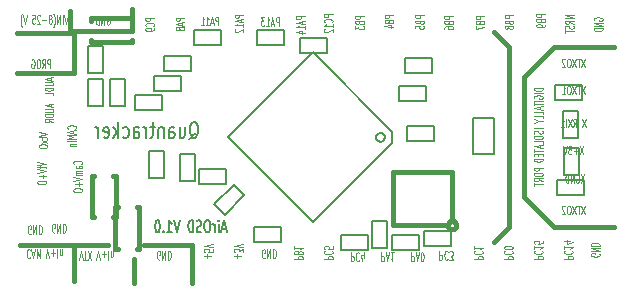
<source format=gbo>
G04 (created by PCBNEW-RS274X (2011-05-25)-stable) date Mon 08 Dec 2014 09:37:15 GMT*
G01*
G70*
G90*
%MOIN*%
G04 Gerber Fmt 3.4, Leading zero omitted, Abs format*
%FSLAX34Y34*%
G04 APERTURE LIST*
%ADD10C,0.006000*%
%ADD11C,0.006900*%
%ADD12C,0.007400*%
%ADD13C,0.015000*%
%ADD14C,0.004300*%
%ADD15C,0.008000*%
%ADD16C,0.005000*%
G04 APERTURE END LIST*
G54D10*
G54D11*
X53574Y-38551D02*
X53443Y-38551D01*
X53601Y-38663D02*
X53509Y-38269D01*
X53417Y-38663D01*
X53324Y-38663D02*
X53324Y-38401D01*
X53324Y-38269D02*
X53337Y-38288D01*
X53324Y-38307D01*
X53311Y-38288D01*
X53324Y-38269D01*
X53324Y-38307D01*
X53193Y-38663D02*
X53193Y-38401D01*
X53193Y-38476D02*
X53180Y-38438D01*
X53167Y-38420D01*
X53141Y-38401D01*
X53114Y-38401D01*
X52970Y-38269D02*
X52917Y-38269D01*
X52891Y-38288D01*
X52865Y-38326D01*
X52851Y-38401D01*
X52851Y-38532D01*
X52865Y-38607D01*
X52891Y-38645D01*
X52917Y-38663D01*
X52970Y-38663D01*
X52996Y-38645D01*
X53022Y-38607D01*
X53035Y-38532D01*
X53035Y-38401D01*
X53022Y-38326D01*
X52996Y-38288D01*
X52970Y-38269D01*
X52746Y-38645D02*
X52707Y-38663D01*
X52641Y-38663D01*
X52615Y-38645D01*
X52602Y-38626D01*
X52589Y-38588D01*
X52589Y-38551D01*
X52602Y-38513D01*
X52615Y-38495D01*
X52641Y-38476D01*
X52694Y-38457D01*
X52720Y-38438D01*
X52733Y-38420D01*
X52746Y-38382D01*
X52746Y-38345D01*
X52733Y-38307D01*
X52720Y-38288D01*
X52694Y-38269D01*
X52628Y-38269D01*
X52589Y-38288D01*
X52470Y-38663D02*
X52470Y-38269D01*
X52405Y-38269D01*
X52365Y-38288D01*
X52339Y-38326D01*
X52326Y-38363D01*
X52313Y-38438D01*
X52313Y-38495D01*
X52326Y-38570D01*
X52339Y-38607D01*
X52365Y-38645D01*
X52405Y-38663D01*
X52470Y-38663D01*
X52024Y-38269D02*
X51932Y-38663D01*
X51840Y-38269D01*
X51603Y-38663D02*
X51760Y-38663D01*
X51682Y-38663D02*
X51682Y-38269D01*
X51708Y-38326D01*
X51734Y-38363D01*
X51760Y-38382D01*
X51484Y-38626D02*
X51471Y-38645D01*
X51484Y-38663D01*
X51497Y-38645D01*
X51484Y-38626D01*
X51484Y-38663D01*
X51301Y-38269D02*
X51274Y-38269D01*
X51248Y-38288D01*
X51235Y-38307D01*
X51222Y-38345D01*
X51209Y-38420D01*
X51209Y-38513D01*
X51222Y-38588D01*
X51235Y-38626D01*
X51248Y-38645D01*
X51274Y-38663D01*
X51301Y-38663D01*
X51327Y-38645D01*
X51340Y-38626D01*
X51353Y-38588D01*
X51366Y-38513D01*
X51366Y-38420D01*
X51353Y-38345D01*
X51340Y-38307D01*
X51327Y-38288D01*
X51301Y-38269D01*
G54D12*
X52351Y-35561D02*
X52388Y-35537D01*
X52426Y-35488D01*
X52482Y-35415D01*
X52519Y-35390D01*
X52557Y-35390D01*
X52538Y-35512D02*
X52576Y-35488D01*
X52613Y-35439D01*
X52632Y-35342D01*
X52632Y-35171D01*
X52613Y-35073D01*
X52576Y-35025D01*
X52538Y-35000D01*
X52463Y-35000D01*
X52426Y-35025D01*
X52388Y-35073D01*
X52369Y-35171D01*
X52369Y-35342D01*
X52388Y-35439D01*
X52426Y-35488D01*
X52463Y-35512D01*
X52538Y-35512D01*
X52031Y-35171D02*
X52031Y-35512D01*
X52200Y-35171D02*
X52200Y-35439D01*
X52181Y-35488D01*
X52144Y-35512D01*
X52088Y-35512D01*
X52050Y-35488D01*
X52031Y-35463D01*
X51675Y-35512D02*
X51675Y-35244D01*
X51694Y-35195D01*
X51732Y-35171D01*
X51807Y-35171D01*
X51844Y-35195D01*
X51675Y-35488D02*
X51713Y-35512D01*
X51807Y-35512D01*
X51844Y-35488D01*
X51863Y-35439D01*
X51863Y-35390D01*
X51844Y-35342D01*
X51807Y-35317D01*
X51713Y-35317D01*
X51675Y-35293D01*
X51488Y-35171D02*
X51488Y-35512D01*
X51488Y-35220D02*
X51469Y-35195D01*
X51432Y-35171D01*
X51376Y-35171D01*
X51338Y-35195D01*
X51319Y-35244D01*
X51319Y-35512D01*
X51188Y-35171D02*
X51038Y-35171D01*
X51132Y-35000D02*
X51132Y-35439D01*
X51113Y-35488D01*
X51076Y-35512D01*
X51038Y-35512D01*
X50907Y-35512D02*
X50907Y-35171D01*
X50907Y-35268D02*
X50888Y-35220D01*
X50870Y-35195D01*
X50832Y-35171D01*
X50795Y-35171D01*
X50494Y-35512D02*
X50494Y-35244D01*
X50513Y-35195D01*
X50551Y-35171D01*
X50626Y-35171D01*
X50663Y-35195D01*
X50494Y-35488D02*
X50532Y-35512D01*
X50626Y-35512D01*
X50663Y-35488D01*
X50682Y-35439D01*
X50682Y-35390D01*
X50663Y-35342D01*
X50626Y-35317D01*
X50532Y-35317D01*
X50494Y-35293D01*
X50138Y-35488D02*
X50176Y-35512D01*
X50251Y-35512D01*
X50288Y-35488D01*
X50307Y-35463D01*
X50326Y-35415D01*
X50326Y-35268D01*
X50307Y-35220D01*
X50288Y-35195D01*
X50251Y-35171D01*
X50176Y-35171D01*
X50138Y-35195D01*
X49969Y-35512D02*
X49969Y-35000D01*
X49932Y-35317D02*
X49819Y-35512D01*
X49819Y-35171D02*
X49969Y-35366D01*
X49500Y-35488D02*
X49538Y-35512D01*
X49613Y-35512D01*
X49650Y-35488D01*
X49669Y-35439D01*
X49669Y-35244D01*
X49650Y-35195D01*
X49613Y-35171D01*
X49538Y-35171D01*
X49500Y-35195D01*
X49481Y-35244D01*
X49481Y-35293D01*
X49669Y-35342D01*
X49312Y-35512D02*
X49312Y-35171D01*
X49312Y-35268D02*
X49293Y-35220D01*
X49275Y-35195D01*
X49237Y-35171D01*
X49200Y-35171D01*
G54D13*
X63000Y-38500D02*
X62500Y-39000D01*
X63000Y-32500D02*
X63000Y-38500D01*
X62500Y-32000D02*
X63000Y-32500D01*
X64500Y-38500D02*
X66500Y-38500D01*
X63500Y-37500D02*
X64500Y-38500D01*
X64500Y-32500D02*
X66500Y-32500D01*
X63500Y-33500D02*
X64500Y-32500D01*
X63500Y-33500D02*
X63500Y-37500D01*
G54D14*
X64135Y-33854D02*
X63840Y-33854D01*
X63840Y-33895D01*
X63854Y-33920D01*
X63882Y-33937D01*
X63910Y-33945D01*
X63966Y-33953D01*
X64008Y-33953D01*
X64065Y-33945D01*
X64093Y-33937D01*
X64121Y-33920D01*
X64135Y-33895D01*
X64135Y-33854D01*
X64135Y-34027D02*
X63840Y-34027D01*
X63854Y-34200D02*
X63840Y-34183D01*
X63840Y-34159D01*
X63854Y-34134D01*
X63882Y-34117D01*
X63910Y-34109D01*
X63966Y-34101D01*
X64008Y-34101D01*
X64065Y-34109D01*
X64093Y-34117D01*
X64121Y-34134D01*
X64135Y-34159D01*
X64135Y-34175D01*
X64121Y-34200D01*
X64107Y-34208D01*
X64008Y-34208D01*
X64008Y-34175D01*
X64135Y-34282D02*
X63840Y-34282D01*
X63840Y-34339D02*
X63840Y-34438D01*
X64135Y-34389D02*
X63840Y-34389D01*
X64051Y-34488D02*
X64051Y-34570D01*
X64135Y-34471D02*
X63840Y-34529D01*
X64135Y-34587D01*
X64135Y-34727D02*
X64135Y-34644D01*
X63840Y-34644D01*
X64135Y-34867D02*
X64135Y-34784D01*
X63840Y-34784D01*
X63994Y-34957D02*
X64135Y-34957D01*
X63840Y-34899D02*
X63994Y-34957D01*
X63840Y-35015D01*
X64135Y-35204D02*
X63840Y-35204D01*
X64121Y-35278D02*
X64135Y-35303D01*
X64135Y-35344D01*
X64121Y-35360D01*
X64107Y-35369D01*
X64079Y-35377D01*
X64051Y-35377D01*
X64023Y-35369D01*
X64008Y-35360D01*
X63994Y-35344D01*
X63980Y-35311D01*
X63966Y-35294D01*
X63952Y-35286D01*
X63924Y-35278D01*
X63896Y-35278D01*
X63868Y-35286D01*
X63854Y-35294D01*
X63840Y-35311D01*
X63840Y-35352D01*
X63854Y-35377D01*
X63840Y-35484D02*
X63840Y-35517D01*
X63854Y-35534D01*
X63882Y-35550D01*
X63938Y-35558D01*
X64037Y-35558D01*
X64093Y-35550D01*
X64121Y-35534D01*
X64135Y-35517D01*
X64135Y-35484D01*
X64121Y-35468D01*
X64093Y-35451D01*
X64037Y-35443D01*
X63938Y-35443D01*
X63882Y-35451D01*
X63854Y-35468D01*
X63840Y-35484D01*
X64135Y-35715D02*
X64135Y-35632D01*
X63840Y-35632D01*
X64051Y-35764D02*
X64051Y-35846D01*
X64135Y-35747D02*
X63840Y-35805D01*
X64135Y-35863D01*
X63840Y-35895D02*
X63840Y-35994D01*
X64135Y-35945D02*
X63840Y-35945D01*
X63980Y-36052D02*
X63980Y-36110D01*
X64135Y-36135D02*
X64135Y-36052D01*
X63840Y-36052D01*
X63840Y-36135D01*
X64135Y-36209D02*
X63840Y-36209D01*
X63840Y-36250D01*
X63854Y-36275D01*
X63882Y-36292D01*
X63910Y-36300D01*
X63966Y-36308D01*
X64008Y-36308D01*
X64065Y-36300D01*
X64093Y-36292D01*
X64121Y-36275D01*
X64135Y-36250D01*
X64135Y-36209D01*
X64135Y-36514D02*
X63840Y-36514D01*
X63840Y-36580D01*
X63854Y-36597D01*
X63868Y-36605D01*
X63896Y-36613D01*
X63938Y-36613D01*
X63966Y-36605D01*
X63980Y-36597D01*
X63994Y-36580D01*
X63994Y-36514D01*
X63840Y-36720D02*
X63840Y-36753D01*
X63854Y-36770D01*
X63882Y-36786D01*
X63938Y-36794D01*
X64037Y-36794D01*
X64093Y-36786D01*
X64121Y-36770D01*
X64135Y-36753D01*
X64135Y-36720D01*
X64121Y-36704D01*
X64093Y-36687D01*
X64037Y-36679D01*
X63938Y-36679D01*
X63882Y-36687D01*
X63854Y-36704D01*
X63840Y-36720D01*
X64135Y-36967D02*
X63994Y-36909D01*
X64135Y-36868D02*
X63840Y-36868D01*
X63840Y-36934D01*
X63854Y-36951D01*
X63868Y-36959D01*
X63896Y-36967D01*
X63938Y-36967D01*
X63966Y-36959D01*
X63980Y-36951D01*
X63994Y-36934D01*
X63994Y-36868D01*
X63840Y-37016D02*
X63840Y-37115D01*
X64135Y-37066D02*
X63840Y-37066D01*
X65529Y-32874D02*
X65414Y-33169D01*
X65414Y-32874D02*
X65529Y-33169D01*
X65373Y-32874D02*
X65274Y-32874D01*
X65323Y-33169D02*
X65323Y-32874D01*
X65232Y-32874D02*
X65117Y-33169D01*
X65117Y-32874D02*
X65232Y-33169D01*
X65018Y-32874D02*
X64985Y-32874D01*
X64968Y-32888D01*
X64952Y-32916D01*
X64944Y-32972D01*
X64944Y-33071D01*
X64952Y-33127D01*
X64968Y-33155D01*
X64985Y-33169D01*
X65018Y-33169D01*
X65034Y-33155D01*
X65051Y-33127D01*
X65059Y-33071D01*
X65059Y-32972D01*
X65051Y-32916D01*
X65034Y-32888D01*
X65018Y-32874D01*
X64878Y-32902D02*
X64870Y-32888D01*
X64853Y-32874D01*
X64812Y-32874D01*
X64796Y-32888D01*
X64787Y-32902D01*
X64779Y-32930D01*
X64779Y-32958D01*
X64787Y-33000D01*
X64886Y-33169D01*
X64779Y-33169D01*
X65529Y-33774D02*
X65414Y-34069D01*
X65414Y-33774D02*
X65529Y-34069D01*
X65373Y-33774D02*
X65274Y-33774D01*
X65323Y-34069D02*
X65323Y-33774D01*
X65232Y-33774D02*
X65117Y-34069D01*
X65117Y-33774D02*
X65232Y-34069D01*
X65018Y-33774D02*
X64985Y-33774D01*
X64968Y-33788D01*
X64952Y-33816D01*
X64944Y-33872D01*
X64944Y-33971D01*
X64952Y-34027D01*
X64968Y-34055D01*
X64985Y-34069D01*
X65018Y-34069D01*
X65034Y-34055D01*
X65051Y-34027D01*
X65059Y-33971D01*
X65059Y-33872D01*
X65051Y-33816D01*
X65034Y-33788D01*
X65018Y-33774D01*
X64779Y-34069D02*
X64878Y-34069D01*
X64829Y-34069D02*
X64829Y-33774D01*
X64845Y-33816D01*
X64862Y-33844D01*
X64878Y-33858D01*
X65566Y-34874D02*
X65451Y-35169D01*
X65451Y-34874D02*
X65566Y-35169D01*
X65154Y-35169D02*
X65212Y-35028D01*
X65253Y-35169D02*
X65253Y-34874D01*
X65187Y-34874D01*
X65170Y-34888D01*
X65162Y-34902D01*
X65154Y-34930D01*
X65154Y-34972D01*
X65162Y-35000D01*
X65170Y-35014D01*
X65187Y-35028D01*
X65253Y-35028D01*
X65096Y-34874D02*
X64981Y-35169D01*
X64981Y-34874D02*
X65096Y-35169D01*
X64915Y-35169D02*
X64915Y-34874D01*
X64742Y-35169D02*
X64841Y-35169D01*
X64792Y-35169D02*
X64792Y-34874D01*
X64808Y-34916D01*
X64825Y-34944D01*
X64841Y-34958D01*
X65529Y-37774D02*
X65414Y-38069D01*
X65414Y-37774D02*
X65529Y-38069D01*
X65373Y-37774D02*
X65274Y-37774D01*
X65323Y-38069D02*
X65323Y-37774D01*
X65232Y-37774D02*
X65117Y-38069D01*
X65117Y-37774D02*
X65232Y-38069D01*
X65018Y-37774D02*
X64985Y-37774D01*
X64968Y-37788D01*
X64952Y-37816D01*
X64944Y-37872D01*
X64944Y-37971D01*
X64952Y-38027D01*
X64968Y-38055D01*
X64985Y-38069D01*
X65018Y-38069D01*
X65034Y-38055D01*
X65051Y-38027D01*
X65059Y-37971D01*
X65059Y-37872D01*
X65051Y-37816D01*
X65034Y-37788D01*
X65018Y-37774D01*
X64878Y-37802D02*
X64870Y-37788D01*
X64853Y-37774D01*
X64812Y-37774D01*
X64796Y-37788D01*
X64787Y-37802D01*
X64779Y-37830D01*
X64779Y-37858D01*
X64787Y-37900D01*
X64886Y-38069D01*
X64779Y-38069D01*
X65471Y-35774D02*
X65356Y-36069D01*
X65356Y-35774D02*
X65471Y-36069D01*
X65290Y-35957D02*
X65158Y-35957D01*
X65224Y-36069D02*
X65224Y-35844D01*
X64993Y-35774D02*
X65076Y-35774D01*
X65084Y-35914D01*
X65076Y-35900D01*
X65059Y-35886D01*
X65018Y-35886D01*
X65002Y-35900D01*
X64993Y-35914D01*
X64985Y-35942D01*
X64985Y-36013D01*
X64993Y-36041D01*
X65002Y-36055D01*
X65018Y-36069D01*
X65059Y-36069D01*
X65076Y-36055D01*
X65084Y-36041D01*
X64936Y-35774D02*
X64878Y-36069D01*
X64820Y-35774D01*
X65521Y-36724D02*
X65406Y-37019D01*
X65406Y-36724D02*
X65521Y-37019D01*
X65249Y-36738D02*
X65266Y-36724D01*
X65290Y-36724D01*
X65315Y-36738D01*
X65332Y-36766D01*
X65340Y-36794D01*
X65348Y-36850D01*
X65348Y-36892D01*
X65340Y-36949D01*
X65332Y-36977D01*
X65315Y-37005D01*
X65290Y-37019D01*
X65274Y-37019D01*
X65249Y-37005D01*
X65241Y-36991D01*
X65241Y-36892D01*
X65274Y-36892D01*
X65167Y-37019D02*
X65167Y-36724D01*
X65068Y-37019D01*
X65068Y-36724D01*
X64986Y-37019D02*
X64986Y-36724D01*
X64945Y-36724D01*
X64920Y-36738D01*
X64903Y-36766D01*
X64895Y-36794D01*
X64887Y-36850D01*
X64887Y-36892D01*
X64895Y-36949D01*
X64903Y-36977D01*
X64920Y-37005D01*
X64945Y-37019D01*
X64986Y-37019D01*
X47069Y-38712D02*
X47052Y-38726D01*
X47028Y-38726D01*
X47003Y-38712D01*
X46986Y-38684D01*
X46978Y-38656D01*
X46970Y-38600D01*
X46970Y-38558D01*
X46978Y-38501D01*
X46986Y-38473D01*
X47003Y-38445D01*
X47028Y-38431D01*
X47044Y-38431D01*
X47069Y-38445D01*
X47077Y-38459D01*
X47077Y-38558D01*
X47044Y-38558D01*
X47151Y-38431D02*
X47151Y-38726D01*
X47250Y-38431D01*
X47250Y-38726D01*
X47332Y-38431D02*
X47332Y-38726D01*
X47373Y-38726D01*
X47398Y-38712D01*
X47415Y-38684D01*
X47423Y-38656D01*
X47431Y-38600D01*
X47431Y-38558D01*
X47423Y-38501D01*
X47415Y-38473D01*
X47398Y-38445D01*
X47373Y-38431D01*
X47332Y-38431D01*
X47869Y-38662D02*
X47852Y-38676D01*
X47828Y-38676D01*
X47803Y-38662D01*
X47786Y-38634D01*
X47778Y-38606D01*
X47770Y-38550D01*
X47770Y-38508D01*
X47778Y-38451D01*
X47786Y-38423D01*
X47803Y-38395D01*
X47828Y-38381D01*
X47844Y-38381D01*
X47869Y-38395D01*
X47877Y-38409D01*
X47877Y-38508D01*
X47844Y-38508D01*
X47951Y-38381D02*
X47951Y-38676D01*
X48050Y-38381D01*
X48050Y-38676D01*
X48132Y-38381D02*
X48132Y-38676D01*
X48173Y-38676D01*
X48198Y-38662D01*
X48215Y-38634D01*
X48223Y-38606D01*
X48231Y-38550D01*
X48231Y-38508D01*
X48223Y-38451D01*
X48215Y-38423D01*
X48198Y-38395D01*
X48173Y-38381D01*
X48132Y-38381D01*
X48741Y-36388D02*
X48755Y-36380D01*
X48769Y-36355D01*
X48769Y-36339D01*
X48755Y-36314D01*
X48727Y-36297D01*
X48699Y-36289D01*
X48642Y-36281D01*
X48600Y-36281D01*
X48544Y-36289D01*
X48516Y-36297D01*
X48488Y-36314D01*
X48474Y-36339D01*
X48474Y-36355D01*
X48488Y-36380D01*
X48502Y-36388D01*
X48769Y-36536D02*
X48614Y-36536D01*
X48586Y-36528D01*
X48572Y-36512D01*
X48572Y-36479D01*
X48586Y-36462D01*
X48755Y-36536D02*
X48769Y-36520D01*
X48769Y-36479D01*
X48755Y-36462D01*
X48727Y-36454D01*
X48699Y-36454D01*
X48671Y-36462D01*
X48657Y-36479D01*
X48657Y-36520D01*
X48642Y-36536D01*
X48769Y-36619D02*
X48572Y-36619D01*
X48600Y-36619D02*
X48586Y-36627D01*
X48572Y-36644D01*
X48572Y-36669D01*
X48586Y-36685D01*
X48614Y-36693D01*
X48769Y-36693D01*
X48614Y-36693D02*
X48586Y-36702D01*
X48572Y-36718D01*
X48572Y-36743D01*
X48586Y-36759D01*
X48614Y-36767D01*
X48769Y-36767D01*
X48474Y-36825D02*
X48769Y-36883D01*
X48474Y-36941D01*
X48657Y-36998D02*
X48657Y-37130D01*
X48769Y-37064D02*
X48544Y-37064D01*
X48474Y-37245D02*
X48474Y-37278D01*
X48488Y-37295D01*
X48516Y-37311D01*
X48572Y-37319D01*
X48671Y-37319D01*
X48727Y-37311D01*
X48755Y-37295D01*
X48769Y-37278D01*
X48769Y-37245D01*
X48755Y-37229D01*
X48727Y-37212D01*
X48671Y-37204D01*
X48572Y-37204D01*
X48516Y-37212D01*
X48488Y-37229D01*
X48474Y-37245D01*
X47274Y-36321D02*
X47569Y-36379D01*
X47274Y-36437D01*
X47372Y-36469D02*
X47372Y-36535D01*
X47274Y-36494D02*
X47527Y-36494D01*
X47555Y-36502D01*
X47569Y-36519D01*
X47569Y-36535D01*
X47274Y-36568D02*
X47569Y-36626D01*
X47274Y-36684D01*
X47457Y-36741D02*
X47457Y-36873D01*
X47569Y-36807D02*
X47344Y-36807D01*
X47274Y-36988D02*
X47274Y-37021D01*
X47288Y-37038D01*
X47316Y-37054D01*
X47372Y-37062D01*
X47471Y-37062D01*
X47527Y-37054D01*
X47555Y-37038D01*
X47569Y-37021D01*
X47569Y-36988D01*
X47555Y-36972D01*
X47527Y-36955D01*
X47471Y-36947D01*
X47372Y-36947D01*
X47316Y-36955D01*
X47288Y-36972D01*
X47274Y-36988D01*
X48541Y-35211D02*
X48555Y-35203D01*
X48569Y-35178D01*
X48569Y-35162D01*
X48555Y-35137D01*
X48527Y-35120D01*
X48499Y-35112D01*
X48442Y-35104D01*
X48400Y-35104D01*
X48344Y-35112D01*
X48316Y-35120D01*
X48288Y-35137D01*
X48274Y-35162D01*
X48274Y-35178D01*
X48288Y-35203D01*
X48302Y-35211D01*
X48485Y-35277D02*
X48485Y-35359D01*
X48569Y-35260D02*
X48274Y-35318D01*
X48569Y-35376D01*
X48569Y-35433D02*
X48274Y-35433D01*
X48485Y-35491D01*
X48274Y-35549D01*
X48569Y-35549D01*
X48569Y-35631D02*
X48274Y-35631D01*
X48372Y-35713D02*
X48569Y-35713D01*
X48400Y-35713D02*
X48386Y-35721D01*
X48372Y-35738D01*
X48372Y-35763D01*
X48386Y-35779D01*
X48414Y-35787D01*
X48569Y-35787D01*
X47324Y-35332D02*
X47619Y-35390D01*
X47324Y-35448D01*
X47422Y-35480D02*
X47422Y-35546D01*
X47324Y-35505D02*
X47577Y-35505D01*
X47605Y-35513D01*
X47619Y-35530D01*
X47619Y-35546D01*
X47619Y-35588D02*
X47422Y-35678D01*
X47422Y-35588D02*
X47619Y-35678D01*
X47324Y-35777D02*
X47324Y-35810D01*
X47338Y-35827D01*
X47366Y-35843D01*
X47422Y-35851D01*
X47521Y-35851D01*
X47577Y-35843D01*
X47605Y-35827D01*
X47619Y-35810D01*
X47619Y-35777D01*
X47605Y-35761D01*
X47577Y-35744D01*
X47521Y-35736D01*
X47422Y-35736D01*
X47366Y-35744D01*
X47338Y-35761D01*
X47324Y-35777D01*
X47735Y-34396D02*
X47735Y-34478D01*
X47819Y-34379D02*
X47524Y-34437D01*
X47819Y-34495D01*
X47524Y-34552D02*
X47763Y-34552D01*
X47791Y-34560D01*
X47805Y-34569D01*
X47819Y-34585D01*
X47819Y-34618D01*
X47805Y-34635D01*
X47791Y-34643D01*
X47763Y-34651D01*
X47524Y-34651D01*
X47819Y-34733D02*
X47524Y-34733D01*
X47524Y-34774D01*
X47538Y-34799D01*
X47566Y-34816D01*
X47594Y-34824D01*
X47650Y-34832D01*
X47692Y-34832D01*
X47749Y-34824D01*
X47777Y-34816D01*
X47805Y-34799D01*
X47819Y-34774D01*
X47819Y-34733D01*
X47819Y-35005D02*
X47678Y-34947D01*
X47819Y-34906D02*
X47524Y-34906D01*
X47524Y-34972D01*
X47538Y-34989D01*
X47552Y-34997D01*
X47580Y-35005D01*
X47622Y-35005D01*
X47650Y-34997D01*
X47664Y-34989D01*
X47678Y-34972D01*
X47678Y-34906D01*
X47735Y-33512D02*
X47735Y-33594D01*
X47819Y-33495D02*
X47524Y-33553D01*
X47819Y-33611D01*
X47524Y-33668D02*
X47763Y-33668D01*
X47791Y-33676D01*
X47805Y-33685D01*
X47819Y-33701D01*
X47819Y-33734D01*
X47805Y-33751D01*
X47791Y-33759D01*
X47763Y-33767D01*
X47524Y-33767D01*
X47819Y-33849D02*
X47524Y-33849D01*
X47524Y-33890D01*
X47538Y-33915D01*
X47566Y-33932D01*
X47594Y-33940D01*
X47650Y-33948D01*
X47692Y-33948D01*
X47749Y-33940D01*
X47777Y-33932D01*
X47805Y-33915D01*
X47819Y-33890D01*
X47819Y-33849D01*
X47819Y-34105D02*
X47819Y-34022D01*
X47524Y-34022D01*
X66012Y-39381D02*
X66026Y-39398D01*
X66026Y-39422D01*
X66012Y-39447D01*
X65984Y-39464D01*
X65956Y-39472D01*
X65900Y-39480D01*
X65858Y-39480D01*
X65801Y-39472D01*
X65773Y-39464D01*
X65745Y-39447D01*
X65731Y-39422D01*
X65731Y-39406D01*
X65745Y-39381D01*
X65759Y-39373D01*
X65858Y-39373D01*
X65858Y-39406D01*
X65731Y-39299D02*
X66026Y-39299D01*
X65731Y-39200D01*
X66026Y-39200D01*
X65731Y-39118D02*
X66026Y-39118D01*
X66026Y-39077D01*
X66012Y-39052D01*
X65984Y-39035D01*
X65956Y-39027D01*
X65900Y-39019D01*
X65858Y-39019D01*
X65801Y-39027D01*
X65773Y-39035D01*
X65745Y-39052D01*
X65731Y-39077D01*
X65731Y-39118D01*
X64831Y-39547D02*
X65126Y-39547D01*
X65126Y-39481D01*
X65112Y-39464D01*
X65098Y-39456D01*
X65070Y-39448D01*
X65028Y-39448D01*
X65000Y-39456D01*
X64986Y-39464D01*
X64972Y-39481D01*
X64972Y-39547D01*
X64859Y-39275D02*
X64845Y-39283D01*
X64831Y-39308D01*
X64831Y-39324D01*
X64845Y-39349D01*
X64873Y-39366D01*
X64901Y-39374D01*
X64958Y-39382D01*
X65000Y-39382D01*
X65056Y-39374D01*
X65084Y-39366D01*
X65112Y-39349D01*
X65126Y-39324D01*
X65126Y-39308D01*
X65112Y-39283D01*
X65098Y-39275D01*
X64831Y-39110D02*
X64831Y-39209D01*
X64831Y-39160D02*
X65126Y-39160D01*
X65084Y-39176D01*
X65056Y-39193D01*
X65042Y-39209D01*
X65028Y-38962D02*
X64831Y-38962D01*
X65140Y-39003D02*
X64929Y-39044D01*
X64929Y-38937D01*
X63831Y-39547D02*
X64126Y-39547D01*
X64126Y-39481D01*
X64112Y-39464D01*
X64098Y-39456D01*
X64070Y-39448D01*
X64028Y-39448D01*
X64000Y-39456D01*
X63986Y-39464D01*
X63972Y-39481D01*
X63972Y-39547D01*
X63859Y-39275D02*
X63845Y-39283D01*
X63831Y-39308D01*
X63831Y-39324D01*
X63845Y-39349D01*
X63873Y-39366D01*
X63901Y-39374D01*
X63958Y-39382D01*
X64000Y-39382D01*
X64056Y-39374D01*
X64084Y-39366D01*
X64112Y-39349D01*
X64126Y-39324D01*
X64126Y-39308D01*
X64112Y-39283D01*
X64098Y-39275D01*
X63831Y-39110D02*
X63831Y-39209D01*
X63831Y-39160D02*
X64126Y-39160D01*
X64084Y-39176D01*
X64056Y-39193D01*
X64042Y-39209D01*
X64126Y-38953D02*
X64126Y-39036D01*
X63986Y-39044D01*
X64000Y-39036D01*
X64014Y-39019D01*
X64014Y-38978D01*
X64000Y-38962D01*
X63986Y-38953D01*
X63958Y-38945D01*
X63887Y-38945D01*
X63859Y-38953D01*
X63845Y-38962D01*
X63831Y-38978D01*
X63831Y-39019D01*
X63845Y-39036D01*
X63859Y-39044D01*
X62831Y-39564D02*
X63126Y-39564D01*
X63126Y-39498D01*
X63112Y-39481D01*
X63098Y-39473D01*
X63070Y-39465D01*
X63028Y-39465D01*
X63000Y-39473D01*
X62986Y-39481D01*
X62972Y-39498D01*
X62972Y-39564D01*
X62859Y-39292D02*
X62845Y-39300D01*
X62831Y-39325D01*
X62831Y-39341D01*
X62845Y-39366D01*
X62873Y-39383D01*
X62901Y-39391D01*
X62958Y-39399D01*
X63000Y-39399D01*
X63056Y-39391D01*
X63084Y-39383D01*
X63112Y-39366D01*
X63126Y-39341D01*
X63126Y-39325D01*
X63112Y-39300D01*
X63098Y-39292D01*
X63126Y-39185D02*
X63126Y-39168D01*
X63112Y-39152D01*
X63098Y-39144D01*
X63070Y-39135D01*
X63014Y-39127D01*
X62943Y-39127D01*
X62887Y-39135D01*
X62859Y-39144D01*
X62845Y-39152D01*
X62831Y-39168D01*
X62831Y-39185D01*
X62845Y-39201D01*
X62859Y-39210D01*
X62887Y-39218D01*
X62943Y-39226D01*
X63014Y-39226D01*
X63070Y-39218D01*
X63098Y-39210D01*
X63112Y-39201D01*
X63126Y-39185D01*
X61831Y-39564D02*
X62126Y-39564D01*
X62126Y-39498D01*
X62112Y-39481D01*
X62098Y-39473D01*
X62070Y-39465D01*
X62028Y-39465D01*
X62000Y-39473D01*
X61986Y-39481D01*
X61972Y-39498D01*
X61972Y-39564D01*
X61859Y-39292D02*
X61845Y-39300D01*
X61831Y-39325D01*
X61831Y-39341D01*
X61845Y-39366D01*
X61873Y-39383D01*
X61901Y-39391D01*
X61958Y-39399D01*
X62000Y-39399D01*
X62056Y-39391D01*
X62084Y-39383D01*
X62112Y-39366D01*
X62126Y-39341D01*
X62126Y-39325D01*
X62112Y-39300D01*
X62098Y-39292D01*
X61831Y-39127D02*
X61831Y-39226D01*
X61831Y-39177D02*
X62126Y-39177D01*
X62084Y-39193D01*
X62056Y-39210D01*
X62042Y-39226D01*
X60686Y-39281D02*
X60686Y-39576D01*
X60752Y-39576D01*
X60769Y-39562D01*
X60777Y-39548D01*
X60785Y-39520D01*
X60785Y-39478D01*
X60777Y-39450D01*
X60769Y-39436D01*
X60752Y-39422D01*
X60686Y-39422D01*
X60958Y-39309D02*
X60950Y-39295D01*
X60925Y-39281D01*
X60909Y-39281D01*
X60884Y-39295D01*
X60867Y-39323D01*
X60859Y-39351D01*
X60851Y-39408D01*
X60851Y-39450D01*
X60859Y-39506D01*
X60867Y-39534D01*
X60884Y-39562D01*
X60909Y-39576D01*
X60925Y-39576D01*
X60950Y-39562D01*
X60958Y-39548D01*
X61016Y-39576D02*
X61123Y-39576D01*
X61065Y-39464D01*
X61090Y-39464D01*
X61106Y-39450D01*
X61115Y-39436D01*
X61123Y-39408D01*
X61123Y-39337D01*
X61115Y-39309D01*
X61106Y-39295D01*
X61090Y-39281D01*
X61040Y-39281D01*
X61024Y-39295D01*
X61016Y-39309D01*
X59748Y-39331D02*
X59748Y-39626D01*
X59814Y-39626D01*
X59831Y-39612D01*
X59839Y-39598D01*
X59847Y-39570D01*
X59847Y-39528D01*
X59839Y-39500D01*
X59831Y-39486D01*
X59814Y-39472D01*
X59748Y-39472D01*
X59913Y-39415D02*
X59995Y-39415D01*
X59896Y-39331D02*
X59954Y-39626D01*
X60012Y-39331D01*
X60102Y-39626D02*
X60119Y-39626D01*
X60135Y-39612D01*
X60143Y-39598D01*
X60152Y-39570D01*
X60160Y-39514D01*
X60160Y-39443D01*
X60152Y-39387D01*
X60143Y-39359D01*
X60135Y-39345D01*
X60119Y-39331D01*
X60102Y-39331D01*
X60086Y-39345D01*
X60077Y-39359D01*
X60069Y-39387D01*
X60061Y-39443D01*
X60061Y-39514D01*
X60069Y-39570D01*
X60077Y-39598D01*
X60086Y-39612D01*
X60102Y-39626D01*
X58748Y-39331D02*
X58748Y-39626D01*
X58814Y-39626D01*
X58831Y-39612D01*
X58839Y-39598D01*
X58847Y-39570D01*
X58847Y-39528D01*
X58839Y-39500D01*
X58831Y-39486D01*
X58814Y-39472D01*
X58748Y-39472D01*
X58913Y-39415D02*
X58995Y-39415D01*
X58896Y-39331D02*
X58954Y-39626D01*
X59012Y-39331D01*
X59160Y-39331D02*
X59061Y-39331D01*
X59110Y-39331D02*
X59110Y-39626D01*
X59094Y-39584D01*
X59077Y-39556D01*
X59061Y-39542D01*
X57736Y-39331D02*
X57736Y-39626D01*
X57802Y-39626D01*
X57819Y-39612D01*
X57827Y-39598D01*
X57835Y-39570D01*
X57835Y-39528D01*
X57827Y-39500D01*
X57819Y-39486D01*
X57802Y-39472D01*
X57736Y-39472D01*
X58008Y-39359D02*
X58000Y-39345D01*
X57975Y-39331D01*
X57959Y-39331D01*
X57934Y-39345D01*
X57917Y-39373D01*
X57909Y-39401D01*
X57901Y-39458D01*
X57901Y-39500D01*
X57909Y-39556D01*
X57917Y-39584D01*
X57934Y-39612D01*
X57959Y-39626D01*
X57975Y-39626D01*
X58000Y-39612D01*
X58008Y-39598D01*
X58156Y-39528D02*
X58156Y-39331D01*
X58115Y-39640D02*
X58074Y-39429D01*
X58181Y-39429D01*
X56831Y-39564D02*
X57126Y-39564D01*
X57126Y-39498D01*
X57112Y-39481D01*
X57098Y-39473D01*
X57070Y-39465D01*
X57028Y-39465D01*
X57000Y-39473D01*
X56986Y-39481D01*
X56972Y-39498D01*
X56972Y-39564D01*
X56859Y-39292D02*
X56845Y-39300D01*
X56831Y-39325D01*
X56831Y-39341D01*
X56845Y-39366D01*
X56873Y-39383D01*
X56901Y-39391D01*
X56958Y-39399D01*
X57000Y-39399D01*
X57056Y-39391D01*
X57084Y-39383D01*
X57112Y-39366D01*
X57126Y-39341D01*
X57126Y-39325D01*
X57112Y-39300D01*
X57098Y-39292D01*
X57126Y-39135D02*
X57126Y-39218D01*
X56986Y-39226D01*
X57000Y-39218D01*
X57014Y-39201D01*
X57014Y-39160D01*
X57000Y-39144D01*
X56986Y-39135D01*
X56958Y-39127D01*
X56887Y-39127D01*
X56859Y-39135D01*
X56845Y-39144D01*
X56831Y-39160D01*
X56831Y-39201D01*
X56845Y-39218D01*
X56859Y-39226D01*
X55831Y-39564D02*
X56126Y-39564D01*
X56126Y-39498D01*
X56112Y-39481D01*
X56098Y-39473D01*
X56070Y-39465D01*
X56028Y-39465D01*
X56000Y-39473D01*
X55986Y-39481D01*
X55972Y-39498D01*
X55972Y-39564D01*
X55986Y-39333D02*
X55972Y-39308D01*
X55958Y-39300D01*
X55929Y-39292D01*
X55887Y-39292D01*
X55859Y-39300D01*
X55845Y-39308D01*
X55831Y-39325D01*
X55831Y-39391D01*
X56126Y-39391D01*
X56126Y-39333D01*
X56112Y-39317D01*
X56098Y-39308D01*
X56070Y-39300D01*
X56042Y-39300D01*
X56014Y-39308D01*
X56000Y-39317D01*
X55986Y-39333D01*
X55986Y-39391D01*
X55831Y-39127D02*
X55831Y-39226D01*
X55831Y-39177D02*
X56126Y-39177D01*
X56084Y-39193D01*
X56056Y-39210D01*
X56042Y-39226D01*
X54869Y-39512D02*
X54852Y-39526D01*
X54828Y-39526D01*
X54803Y-39512D01*
X54786Y-39484D01*
X54778Y-39456D01*
X54770Y-39400D01*
X54770Y-39358D01*
X54778Y-39301D01*
X54786Y-39273D01*
X54803Y-39245D01*
X54828Y-39231D01*
X54844Y-39231D01*
X54869Y-39245D01*
X54877Y-39259D01*
X54877Y-39358D01*
X54844Y-39358D01*
X54951Y-39231D02*
X54951Y-39526D01*
X55050Y-39231D01*
X55050Y-39526D01*
X55132Y-39231D02*
X55132Y-39526D01*
X55173Y-39526D01*
X55198Y-39512D01*
X55215Y-39484D01*
X55223Y-39456D01*
X55231Y-39400D01*
X55231Y-39358D01*
X55223Y-39301D01*
X55215Y-39273D01*
X55198Y-39245D01*
X55173Y-39231D01*
X55132Y-39231D01*
X53943Y-39522D02*
X53943Y-39390D01*
X53831Y-39456D02*
X54056Y-39456D01*
X54126Y-39324D02*
X54126Y-39217D01*
X54014Y-39275D01*
X54014Y-39250D01*
X54000Y-39234D01*
X53986Y-39225D01*
X53958Y-39217D01*
X53887Y-39217D01*
X53859Y-39225D01*
X53845Y-39234D01*
X53831Y-39250D01*
X53831Y-39300D01*
X53845Y-39316D01*
X53859Y-39324D01*
X54126Y-39168D02*
X53831Y-39110D01*
X54126Y-39052D01*
X52943Y-39522D02*
X52943Y-39390D01*
X52831Y-39456D02*
X53056Y-39456D01*
X53126Y-39225D02*
X53126Y-39308D01*
X52986Y-39316D01*
X53000Y-39308D01*
X53014Y-39291D01*
X53014Y-39250D01*
X53000Y-39234D01*
X52986Y-39225D01*
X52958Y-39217D01*
X52887Y-39217D01*
X52859Y-39225D01*
X52845Y-39234D01*
X52831Y-39250D01*
X52831Y-39291D01*
X52845Y-39308D01*
X52859Y-39316D01*
X53126Y-39168D02*
X52831Y-39110D01*
X53126Y-39052D01*
X51369Y-39562D02*
X51352Y-39576D01*
X51328Y-39576D01*
X51303Y-39562D01*
X51286Y-39534D01*
X51278Y-39506D01*
X51270Y-39450D01*
X51270Y-39408D01*
X51278Y-39351D01*
X51286Y-39323D01*
X51303Y-39295D01*
X51328Y-39281D01*
X51344Y-39281D01*
X51369Y-39295D01*
X51377Y-39309D01*
X51377Y-39408D01*
X51344Y-39408D01*
X51451Y-39281D02*
X51451Y-39576D01*
X51550Y-39281D01*
X51550Y-39576D01*
X51632Y-39281D02*
X51632Y-39576D01*
X51673Y-39576D01*
X51698Y-39562D01*
X51715Y-39534D01*
X51723Y-39506D01*
X51731Y-39450D01*
X51731Y-39408D01*
X51723Y-39351D01*
X51715Y-39323D01*
X51698Y-39295D01*
X51673Y-39281D01*
X51632Y-39281D01*
G54D13*
X52450Y-39100D02*
X52450Y-40350D01*
X50850Y-39100D02*
X52450Y-39100D01*
X48500Y-39100D02*
X49650Y-39100D01*
X50500Y-39550D02*
X50500Y-40350D01*
G54D14*
X48677Y-39576D02*
X48735Y-39281D01*
X48793Y-39576D01*
X48825Y-39576D02*
X48924Y-39576D01*
X48875Y-39281D02*
X48875Y-39576D01*
X48966Y-39576D02*
X49081Y-39281D01*
X49081Y-39576D02*
X48966Y-39281D01*
X49254Y-39576D02*
X49312Y-39281D01*
X49370Y-39576D01*
X49427Y-39393D02*
X49559Y-39393D01*
X49493Y-39281D02*
X49493Y-39506D01*
X49641Y-39281D02*
X49641Y-39576D01*
X49723Y-39478D02*
X49723Y-39281D01*
X49723Y-39450D02*
X49731Y-39464D01*
X49748Y-39478D01*
X49773Y-39478D01*
X49789Y-39464D01*
X49797Y-39436D01*
X49797Y-39281D01*
G54D13*
X48500Y-39100D02*
X48500Y-40300D01*
X46700Y-39100D02*
X48500Y-39100D01*
G54D14*
X47034Y-39259D02*
X47026Y-39245D01*
X47001Y-39231D01*
X46985Y-39231D01*
X46960Y-39245D01*
X46943Y-39273D01*
X46935Y-39301D01*
X46927Y-39358D01*
X46927Y-39400D01*
X46935Y-39456D01*
X46943Y-39484D01*
X46960Y-39512D01*
X46985Y-39526D01*
X47001Y-39526D01*
X47026Y-39512D01*
X47034Y-39498D01*
X47100Y-39315D02*
X47182Y-39315D01*
X47083Y-39231D02*
X47141Y-39526D01*
X47199Y-39231D01*
X47256Y-39231D02*
X47256Y-39526D01*
X47314Y-39315D01*
X47372Y-39526D01*
X47372Y-39231D01*
X47561Y-39526D02*
X47619Y-39231D01*
X47677Y-39526D01*
X47734Y-39343D02*
X47866Y-39343D01*
X47800Y-39231D02*
X47800Y-39456D01*
X47948Y-39231D02*
X47948Y-39526D01*
X48030Y-39428D02*
X48030Y-39231D01*
X48030Y-39400D02*
X48038Y-39414D01*
X48055Y-39428D01*
X48080Y-39428D01*
X48096Y-39414D01*
X48104Y-39386D01*
X48104Y-39231D01*
X65842Y-31601D02*
X65828Y-31584D01*
X65828Y-31560D01*
X65842Y-31535D01*
X65870Y-31518D01*
X65898Y-31510D01*
X65954Y-31502D01*
X65996Y-31502D01*
X66053Y-31510D01*
X66081Y-31518D01*
X66109Y-31535D01*
X66123Y-31560D01*
X66123Y-31576D01*
X66109Y-31601D01*
X66095Y-31609D01*
X65996Y-31609D01*
X65996Y-31576D01*
X66123Y-31683D02*
X65828Y-31683D01*
X66123Y-31782D01*
X65828Y-31782D01*
X66123Y-31864D02*
X65828Y-31864D01*
X65828Y-31905D01*
X65842Y-31930D01*
X65870Y-31947D01*
X65898Y-31955D01*
X65954Y-31963D01*
X65996Y-31963D01*
X66053Y-31955D01*
X66081Y-31947D01*
X66109Y-31930D01*
X66123Y-31905D01*
X66123Y-31864D01*
X65158Y-31429D02*
X64863Y-31429D01*
X65158Y-31528D01*
X64863Y-31528D01*
X65158Y-31709D02*
X65017Y-31651D01*
X65158Y-31610D02*
X64863Y-31610D01*
X64863Y-31676D01*
X64877Y-31693D01*
X64891Y-31701D01*
X64919Y-31709D01*
X64961Y-31709D01*
X64989Y-31701D01*
X65003Y-31693D01*
X65017Y-31676D01*
X65017Y-31610D01*
X65144Y-31775D02*
X65158Y-31800D01*
X65158Y-31841D01*
X65144Y-31857D01*
X65130Y-31866D01*
X65102Y-31874D01*
X65074Y-31874D01*
X65046Y-31866D01*
X65031Y-31857D01*
X65017Y-31841D01*
X65003Y-31808D01*
X64989Y-31791D01*
X64975Y-31783D01*
X64947Y-31775D01*
X64919Y-31775D01*
X64891Y-31783D01*
X64877Y-31791D01*
X64863Y-31808D01*
X64863Y-31849D01*
X64877Y-31874D01*
X64863Y-31923D02*
X64863Y-32022D01*
X65158Y-31973D02*
X64863Y-31973D01*
X64213Y-31400D02*
X63918Y-31400D01*
X63918Y-31466D01*
X63932Y-31483D01*
X63946Y-31491D01*
X63974Y-31499D01*
X64016Y-31499D01*
X64044Y-31491D01*
X64058Y-31483D01*
X64072Y-31466D01*
X64072Y-31400D01*
X64058Y-31631D02*
X64072Y-31656D01*
X64086Y-31664D01*
X64115Y-31672D01*
X64157Y-31672D01*
X64185Y-31664D01*
X64199Y-31656D01*
X64213Y-31639D01*
X64213Y-31573D01*
X63918Y-31573D01*
X63918Y-31631D01*
X63932Y-31647D01*
X63946Y-31656D01*
X63974Y-31664D01*
X64002Y-31664D01*
X64030Y-31656D01*
X64044Y-31647D01*
X64058Y-31631D01*
X64058Y-31573D01*
X64213Y-31754D02*
X64213Y-31787D01*
X64199Y-31804D01*
X64185Y-31812D01*
X64143Y-31829D01*
X64086Y-31837D01*
X63974Y-31837D01*
X63946Y-31829D01*
X63932Y-31820D01*
X63918Y-31804D01*
X63918Y-31771D01*
X63932Y-31754D01*
X63946Y-31746D01*
X63974Y-31738D01*
X64044Y-31738D01*
X64072Y-31746D01*
X64086Y-31754D01*
X64101Y-31771D01*
X64101Y-31804D01*
X64086Y-31820D01*
X64072Y-31829D01*
X64044Y-31837D01*
X63150Y-31440D02*
X62855Y-31440D01*
X62855Y-31506D01*
X62869Y-31523D01*
X62883Y-31531D01*
X62911Y-31539D01*
X62953Y-31539D01*
X62981Y-31531D01*
X62995Y-31523D01*
X63009Y-31506D01*
X63009Y-31440D01*
X62995Y-31671D02*
X63009Y-31696D01*
X63023Y-31704D01*
X63052Y-31712D01*
X63094Y-31712D01*
X63122Y-31704D01*
X63136Y-31696D01*
X63150Y-31679D01*
X63150Y-31613D01*
X62855Y-31613D01*
X62855Y-31671D01*
X62869Y-31687D01*
X62883Y-31696D01*
X62911Y-31704D01*
X62939Y-31704D01*
X62967Y-31696D01*
X62981Y-31687D01*
X62995Y-31671D01*
X62995Y-31613D01*
X62981Y-31811D02*
X62967Y-31794D01*
X62953Y-31786D01*
X62925Y-31778D01*
X62911Y-31778D01*
X62883Y-31786D01*
X62869Y-31794D01*
X62855Y-31811D01*
X62855Y-31844D01*
X62869Y-31860D01*
X62883Y-31869D01*
X62911Y-31877D01*
X62925Y-31877D01*
X62953Y-31869D01*
X62967Y-31860D01*
X62981Y-31844D01*
X62981Y-31811D01*
X62995Y-31794D01*
X63009Y-31786D01*
X63038Y-31778D01*
X63094Y-31778D01*
X63122Y-31786D01*
X63136Y-31794D01*
X63150Y-31811D01*
X63150Y-31844D01*
X63136Y-31860D01*
X63122Y-31869D01*
X63094Y-31877D01*
X63038Y-31877D01*
X63009Y-31869D01*
X62995Y-31860D01*
X62981Y-31844D01*
X62186Y-31459D02*
X61891Y-31459D01*
X61891Y-31525D01*
X61905Y-31542D01*
X61919Y-31550D01*
X61947Y-31558D01*
X61989Y-31558D01*
X62017Y-31550D01*
X62031Y-31542D01*
X62045Y-31525D01*
X62045Y-31459D01*
X62031Y-31690D02*
X62045Y-31715D01*
X62059Y-31723D01*
X62088Y-31731D01*
X62130Y-31731D01*
X62158Y-31723D01*
X62172Y-31715D01*
X62186Y-31698D01*
X62186Y-31632D01*
X61891Y-31632D01*
X61891Y-31690D01*
X61905Y-31706D01*
X61919Y-31715D01*
X61947Y-31723D01*
X61975Y-31723D01*
X62003Y-31715D01*
X62017Y-31706D01*
X62031Y-31690D01*
X62031Y-31632D01*
X61891Y-31789D02*
X61891Y-31904D01*
X62186Y-31830D01*
X61143Y-31459D02*
X60848Y-31459D01*
X60848Y-31525D01*
X60862Y-31542D01*
X60876Y-31550D01*
X60904Y-31558D01*
X60946Y-31558D01*
X60974Y-31550D01*
X60988Y-31542D01*
X61002Y-31525D01*
X61002Y-31459D01*
X60988Y-31690D02*
X61002Y-31715D01*
X61016Y-31723D01*
X61045Y-31731D01*
X61087Y-31731D01*
X61115Y-31723D01*
X61129Y-31715D01*
X61143Y-31698D01*
X61143Y-31632D01*
X60848Y-31632D01*
X60848Y-31690D01*
X60862Y-31706D01*
X60876Y-31715D01*
X60904Y-31723D01*
X60932Y-31723D01*
X60960Y-31715D01*
X60974Y-31706D01*
X60988Y-31690D01*
X60988Y-31632D01*
X60848Y-31879D02*
X60848Y-31846D01*
X60862Y-31830D01*
X60876Y-31822D01*
X60918Y-31805D01*
X60974Y-31797D01*
X61087Y-31797D01*
X61115Y-31805D01*
X61129Y-31813D01*
X61143Y-31830D01*
X61143Y-31863D01*
X61129Y-31879D01*
X61115Y-31888D01*
X61087Y-31896D01*
X61016Y-31896D01*
X60988Y-31888D01*
X60974Y-31879D01*
X60960Y-31863D01*
X60960Y-31830D01*
X60974Y-31813D01*
X60988Y-31805D01*
X61016Y-31797D01*
X60178Y-31440D02*
X59883Y-31440D01*
X59883Y-31506D01*
X59897Y-31523D01*
X59911Y-31531D01*
X59939Y-31539D01*
X59981Y-31539D01*
X60009Y-31531D01*
X60023Y-31523D01*
X60037Y-31506D01*
X60037Y-31440D01*
X60023Y-31671D02*
X60037Y-31696D01*
X60051Y-31704D01*
X60080Y-31712D01*
X60122Y-31712D01*
X60150Y-31704D01*
X60164Y-31696D01*
X60178Y-31679D01*
X60178Y-31613D01*
X59883Y-31613D01*
X59883Y-31671D01*
X59897Y-31687D01*
X59911Y-31696D01*
X59939Y-31704D01*
X59967Y-31704D01*
X59995Y-31696D01*
X60009Y-31687D01*
X60023Y-31671D01*
X60023Y-31613D01*
X59883Y-31869D02*
X59883Y-31786D01*
X60023Y-31778D01*
X60009Y-31786D01*
X59995Y-31803D01*
X59995Y-31844D01*
X60009Y-31860D01*
X60023Y-31869D01*
X60051Y-31877D01*
X60122Y-31877D01*
X60150Y-31869D01*
X60164Y-31860D01*
X60178Y-31844D01*
X60178Y-31803D01*
X60164Y-31786D01*
X60150Y-31778D01*
X59154Y-31420D02*
X58859Y-31420D01*
X58859Y-31486D01*
X58873Y-31503D01*
X58887Y-31511D01*
X58915Y-31519D01*
X58957Y-31519D01*
X58985Y-31511D01*
X58999Y-31503D01*
X59013Y-31486D01*
X59013Y-31420D01*
X58999Y-31651D02*
X59013Y-31676D01*
X59027Y-31684D01*
X59056Y-31692D01*
X59098Y-31692D01*
X59126Y-31684D01*
X59140Y-31676D01*
X59154Y-31659D01*
X59154Y-31593D01*
X58859Y-31593D01*
X58859Y-31651D01*
X58873Y-31667D01*
X58887Y-31676D01*
X58915Y-31684D01*
X58943Y-31684D01*
X58971Y-31676D01*
X58985Y-31667D01*
X58999Y-31651D01*
X58999Y-31593D01*
X58957Y-31840D02*
X59154Y-31840D01*
X58845Y-31799D02*
X59056Y-31758D01*
X59056Y-31865D01*
X58170Y-31459D02*
X57875Y-31459D01*
X57875Y-31525D01*
X57889Y-31542D01*
X57903Y-31550D01*
X57931Y-31558D01*
X57973Y-31558D01*
X58001Y-31550D01*
X58015Y-31542D01*
X58029Y-31525D01*
X58029Y-31459D01*
X58015Y-31690D02*
X58029Y-31715D01*
X58043Y-31723D01*
X58072Y-31731D01*
X58114Y-31731D01*
X58142Y-31723D01*
X58156Y-31715D01*
X58170Y-31698D01*
X58170Y-31632D01*
X57875Y-31632D01*
X57875Y-31690D01*
X57889Y-31706D01*
X57903Y-31715D01*
X57931Y-31723D01*
X57959Y-31723D01*
X57987Y-31715D01*
X58001Y-31706D01*
X58015Y-31690D01*
X58015Y-31632D01*
X57875Y-31789D02*
X57875Y-31896D01*
X57987Y-31838D01*
X57987Y-31863D01*
X58001Y-31879D01*
X58015Y-31888D01*
X58043Y-31896D01*
X58114Y-31896D01*
X58142Y-31888D01*
X58156Y-31879D01*
X58170Y-31863D01*
X58170Y-31813D01*
X58156Y-31797D01*
X58142Y-31789D01*
X57127Y-31396D02*
X56832Y-31396D01*
X56832Y-31462D01*
X56846Y-31479D01*
X56860Y-31487D01*
X56888Y-31495D01*
X56930Y-31495D01*
X56958Y-31487D01*
X56972Y-31479D01*
X56986Y-31462D01*
X56986Y-31396D01*
X57099Y-31668D02*
X57113Y-31660D01*
X57127Y-31635D01*
X57127Y-31619D01*
X57113Y-31594D01*
X57085Y-31577D01*
X57057Y-31569D01*
X57000Y-31561D01*
X56958Y-31561D01*
X56902Y-31569D01*
X56874Y-31577D01*
X56846Y-31594D01*
X56832Y-31619D01*
X56832Y-31635D01*
X56846Y-31660D01*
X56860Y-31668D01*
X57127Y-31833D02*
X57127Y-31734D01*
X57127Y-31783D02*
X56832Y-31783D01*
X56874Y-31767D01*
X56902Y-31750D01*
X56916Y-31734D01*
X56860Y-31899D02*
X56846Y-31907D01*
X56832Y-31924D01*
X56832Y-31965D01*
X56846Y-31981D01*
X56860Y-31990D01*
X56888Y-31998D01*
X56916Y-31998D01*
X56958Y-31990D01*
X57127Y-31891D01*
X57127Y-31998D01*
X56202Y-31468D02*
X55907Y-31468D01*
X55907Y-31534D01*
X55921Y-31551D01*
X55935Y-31559D01*
X55963Y-31567D01*
X56005Y-31567D01*
X56033Y-31559D01*
X56047Y-31551D01*
X56061Y-31534D01*
X56061Y-31468D01*
X56118Y-31633D02*
X56118Y-31715D01*
X56202Y-31616D02*
X55907Y-31674D01*
X56202Y-31732D01*
X56202Y-31880D02*
X56202Y-31781D01*
X56202Y-31830D02*
X55907Y-31830D01*
X55949Y-31814D01*
X55977Y-31797D01*
X55991Y-31781D01*
X56005Y-32028D02*
X56202Y-32028D01*
X55893Y-31987D02*
X56104Y-31946D01*
X56104Y-32053D01*
X55323Y-31792D02*
X55323Y-31497D01*
X55257Y-31497D01*
X55240Y-31511D01*
X55232Y-31525D01*
X55224Y-31553D01*
X55224Y-31595D01*
X55232Y-31623D01*
X55240Y-31637D01*
X55257Y-31651D01*
X55323Y-31651D01*
X55158Y-31708D02*
X55076Y-31708D01*
X55175Y-31792D02*
X55117Y-31497D01*
X55059Y-31792D01*
X54911Y-31792D02*
X55010Y-31792D01*
X54961Y-31792D02*
X54961Y-31497D01*
X54977Y-31539D01*
X54994Y-31567D01*
X55010Y-31581D01*
X54853Y-31497D02*
X54746Y-31497D01*
X54804Y-31609D01*
X54779Y-31609D01*
X54763Y-31623D01*
X54754Y-31637D01*
X54746Y-31665D01*
X54746Y-31736D01*
X54754Y-31764D01*
X54763Y-31778D01*
X54779Y-31792D01*
X54829Y-31792D01*
X54845Y-31778D01*
X54853Y-31764D01*
X54154Y-31409D02*
X53859Y-31409D01*
X53859Y-31475D01*
X53873Y-31492D01*
X53887Y-31500D01*
X53915Y-31508D01*
X53957Y-31508D01*
X53985Y-31500D01*
X53999Y-31492D01*
X54013Y-31475D01*
X54013Y-31409D01*
X54070Y-31574D02*
X54070Y-31656D01*
X54154Y-31557D02*
X53859Y-31615D01*
X54154Y-31673D01*
X54154Y-31821D02*
X54154Y-31722D01*
X54154Y-31771D02*
X53859Y-31771D01*
X53901Y-31755D01*
X53929Y-31738D01*
X53943Y-31722D01*
X53887Y-31887D02*
X53873Y-31895D01*
X53859Y-31912D01*
X53859Y-31953D01*
X53873Y-31969D01*
X53887Y-31978D01*
X53915Y-31986D01*
X53943Y-31986D01*
X53985Y-31978D01*
X54154Y-31879D01*
X54154Y-31986D01*
X53315Y-31773D02*
X53315Y-31478D01*
X53249Y-31478D01*
X53232Y-31492D01*
X53224Y-31506D01*
X53216Y-31534D01*
X53216Y-31576D01*
X53224Y-31604D01*
X53232Y-31618D01*
X53249Y-31632D01*
X53315Y-31632D01*
X53150Y-31689D02*
X53068Y-31689D01*
X53167Y-31773D02*
X53109Y-31478D01*
X53051Y-31773D01*
X52903Y-31773D02*
X53002Y-31773D01*
X52953Y-31773D02*
X52953Y-31478D01*
X52969Y-31520D01*
X52986Y-31548D01*
X53002Y-31562D01*
X52738Y-31773D02*
X52837Y-31773D01*
X52788Y-31773D02*
X52788Y-31478D01*
X52804Y-31520D01*
X52821Y-31548D01*
X52837Y-31562D01*
X52186Y-31511D02*
X51891Y-31511D01*
X51891Y-31577D01*
X51905Y-31594D01*
X51919Y-31602D01*
X51947Y-31610D01*
X51989Y-31610D01*
X52017Y-31602D01*
X52031Y-31594D01*
X52045Y-31577D01*
X52045Y-31511D01*
X52102Y-31676D02*
X52102Y-31758D01*
X52186Y-31659D02*
X51891Y-31717D01*
X52186Y-31775D01*
X52017Y-31857D02*
X52003Y-31840D01*
X51989Y-31832D01*
X51961Y-31824D01*
X51947Y-31824D01*
X51919Y-31832D01*
X51905Y-31840D01*
X51891Y-31857D01*
X51891Y-31890D01*
X51905Y-31906D01*
X51919Y-31915D01*
X51947Y-31923D01*
X51961Y-31923D01*
X51989Y-31915D01*
X52003Y-31906D01*
X52017Y-31890D01*
X52017Y-31857D01*
X52031Y-31840D01*
X52045Y-31832D01*
X52074Y-31824D01*
X52130Y-31824D01*
X52158Y-31832D01*
X52172Y-31840D01*
X52186Y-31857D01*
X52186Y-31890D01*
X52172Y-31906D01*
X52158Y-31915D01*
X52130Y-31923D01*
X52074Y-31923D01*
X52045Y-31915D01*
X52031Y-31906D01*
X52017Y-31890D01*
X51182Y-31518D02*
X50887Y-31518D01*
X50887Y-31584D01*
X50901Y-31601D01*
X50915Y-31609D01*
X50943Y-31617D01*
X50985Y-31617D01*
X51013Y-31609D01*
X51027Y-31601D01*
X51041Y-31584D01*
X51041Y-31518D01*
X51154Y-31790D02*
X51168Y-31782D01*
X51182Y-31757D01*
X51182Y-31741D01*
X51168Y-31716D01*
X51140Y-31699D01*
X51112Y-31691D01*
X51055Y-31683D01*
X51013Y-31683D01*
X50957Y-31691D01*
X50929Y-31699D01*
X50901Y-31716D01*
X50887Y-31741D01*
X50887Y-31757D01*
X50901Y-31782D01*
X50915Y-31790D01*
X51182Y-31872D02*
X51182Y-31905D01*
X51168Y-31922D01*
X51154Y-31930D01*
X51112Y-31947D01*
X51055Y-31955D01*
X50943Y-31955D01*
X50915Y-31947D01*
X50901Y-31938D01*
X50887Y-31922D01*
X50887Y-31889D01*
X50901Y-31872D01*
X50915Y-31864D01*
X50943Y-31856D01*
X51013Y-31856D01*
X51041Y-31864D01*
X51055Y-31872D01*
X51070Y-31889D01*
X51070Y-31922D01*
X51055Y-31938D01*
X51041Y-31947D01*
X51013Y-31955D01*
G54D13*
X48484Y-32047D02*
X48484Y-32028D01*
X48504Y-32067D02*
X48484Y-32047D01*
X48504Y-33366D02*
X48504Y-32067D01*
X46614Y-33366D02*
X48504Y-33366D01*
G54D14*
X47711Y-33190D02*
X47711Y-32895D01*
X47645Y-32895D01*
X47628Y-32909D01*
X47620Y-32923D01*
X47612Y-32951D01*
X47612Y-32993D01*
X47620Y-33021D01*
X47628Y-33035D01*
X47645Y-33049D01*
X47711Y-33049D01*
X47439Y-33190D02*
X47497Y-33049D01*
X47538Y-33190D02*
X47538Y-32895D01*
X47472Y-32895D01*
X47455Y-32909D01*
X47447Y-32923D01*
X47439Y-32951D01*
X47439Y-32993D01*
X47447Y-33021D01*
X47455Y-33035D01*
X47472Y-33049D01*
X47538Y-33049D01*
X47332Y-32895D02*
X47299Y-32895D01*
X47282Y-32909D01*
X47266Y-32937D01*
X47258Y-32993D01*
X47258Y-33092D01*
X47266Y-33148D01*
X47282Y-33176D01*
X47299Y-33190D01*
X47332Y-33190D01*
X47348Y-33176D01*
X47365Y-33148D01*
X47373Y-33092D01*
X47373Y-32993D01*
X47365Y-32937D01*
X47348Y-32909D01*
X47332Y-32895D01*
X47093Y-32909D02*
X47110Y-32895D01*
X47134Y-32895D01*
X47159Y-32909D01*
X47176Y-32937D01*
X47184Y-32965D01*
X47192Y-33021D01*
X47192Y-33063D01*
X47184Y-33120D01*
X47176Y-33148D01*
X47159Y-33176D01*
X47134Y-33190D01*
X47118Y-33190D01*
X47093Y-33176D01*
X47085Y-33162D01*
X47085Y-33063D01*
X47118Y-33063D01*
G54D13*
X50453Y-31949D02*
X50453Y-31220D01*
X48484Y-31949D02*
X50453Y-31949D01*
G54D14*
X49600Y-31472D02*
X49617Y-31458D01*
X49641Y-31458D01*
X49666Y-31472D01*
X49683Y-31500D01*
X49691Y-31528D01*
X49699Y-31584D01*
X49699Y-31626D01*
X49691Y-31683D01*
X49683Y-31711D01*
X49666Y-31739D01*
X49641Y-31753D01*
X49625Y-31753D01*
X49600Y-31739D01*
X49592Y-31725D01*
X49592Y-31626D01*
X49625Y-31626D01*
X49518Y-31753D02*
X49518Y-31458D01*
X49419Y-31753D01*
X49419Y-31458D01*
X49337Y-31753D02*
X49337Y-31458D01*
X49296Y-31458D01*
X49271Y-31472D01*
X49254Y-31500D01*
X49246Y-31528D01*
X49238Y-31584D01*
X49238Y-31626D01*
X49246Y-31683D01*
X49254Y-31711D01*
X49271Y-31739D01*
X49296Y-31753D01*
X49337Y-31753D01*
G54D13*
X48386Y-32008D02*
X48386Y-31280D01*
X46614Y-32008D02*
X48386Y-32008D01*
G54D14*
X48299Y-31418D02*
X48241Y-31713D01*
X48183Y-31418D01*
X48126Y-31713D02*
X48126Y-31418D01*
X48044Y-31713D02*
X48044Y-31418D01*
X47945Y-31713D01*
X47945Y-31418D01*
X47813Y-31825D02*
X47822Y-31811D01*
X47838Y-31769D01*
X47846Y-31741D01*
X47855Y-31699D01*
X47863Y-31629D01*
X47863Y-31572D01*
X47855Y-31502D01*
X47846Y-31460D01*
X47838Y-31432D01*
X47822Y-31390D01*
X47813Y-31376D01*
X47723Y-31544D02*
X47740Y-31530D01*
X47748Y-31516D01*
X47756Y-31488D01*
X47756Y-31474D01*
X47748Y-31446D01*
X47740Y-31432D01*
X47723Y-31418D01*
X47690Y-31418D01*
X47674Y-31432D01*
X47665Y-31446D01*
X47657Y-31474D01*
X47657Y-31488D01*
X47665Y-31516D01*
X47674Y-31530D01*
X47690Y-31544D01*
X47723Y-31544D01*
X47740Y-31558D01*
X47748Y-31572D01*
X47756Y-31601D01*
X47756Y-31657D01*
X47748Y-31685D01*
X47740Y-31699D01*
X47723Y-31713D01*
X47690Y-31713D01*
X47674Y-31699D01*
X47665Y-31685D01*
X47657Y-31657D01*
X47657Y-31601D01*
X47665Y-31572D01*
X47674Y-31558D01*
X47690Y-31544D01*
X47583Y-31601D02*
X47451Y-31601D01*
X47377Y-31446D02*
X47369Y-31432D01*
X47352Y-31418D01*
X47311Y-31418D01*
X47295Y-31432D01*
X47286Y-31446D01*
X47278Y-31474D01*
X47278Y-31502D01*
X47286Y-31544D01*
X47385Y-31713D01*
X47278Y-31713D01*
X47121Y-31418D02*
X47204Y-31418D01*
X47212Y-31558D01*
X47204Y-31544D01*
X47187Y-31530D01*
X47146Y-31530D01*
X47130Y-31544D01*
X47121Y-31558D01*
X47113Y-31586D01*
X47113Y-31657D01*
X47121Y-31685D01*
X47130Y-31699D01*
X47146Y-31713D01*
X47187Y-31713D01*
X47204Y-31699D01*
X47212Y-31685D01*
X46932Y-31418D02*
X46874Y-31713D01*
X46816Y-31418D01*
X46775Y-31825D02*
X46767Y-31811D01*
X46751Y-31769D01*
X46742Y-31741D01*
X46734Y-31699D01*
X46726Y-31629D01*
X46726Y-31572D01*
X46734Y-31502D01*
X46742Y-31460D01*
X46751Y-31432D01*
X46767Y-31390D01*
X46775Y-31376D01*
G54D15*
X58866Y-35500D02*
X58863Y-35528D01*
X58854Y-35556D01*
X58841Y-35582D01*
X58822Y-35604D01*
X58800Y-35623D01*
X58774Y-35637D01*
X58746Y-35645D01*
X58718Y-35648D01*
X58690Y-35646D01*
X58662Y-35638D01*
X58636Y-35624D01*
X58613Y-35606D01*
X58595Y-35584D01*
X58581Y-35558D01*
X58572Y-35530D01*
X58569Y-35502D01*
X58571Y-35474D01*
X58579Y-35446D01*
X58592Y-35420D01*
X58610Y-35397D01*
X58632Y-35378D01*
X58658Y-35364D01*
X58686Y-35355D01*
X58714Y-35352D01*
X58742Y-35354D01*
X58770Y-35362D01*
X58796Y-35375D01*
X58819Y-35393D01*
X58838Y-35415D01*
X58853Y-35440D01*
X58862Y-35467D01*
X58865Y-35496D01*
X58866Y-35500D01*
X53626Y-35500D02*
X56455Y-32672D01*
X56455Y-32672D02*
X59106Y-35323D01*
X59106Y-35323D02*
X59106Y-35677D01*
X59106Y-35677D02*
X56455Y-38328D01*
X56455Y-38328D02*
X53626Y-35500D01*
G54D16*
X62496Y-34845D02*
X61796Y-34845D01*
X61796Y-34845D02*
X61796Y-36045D01*
X61796Y-36045D02*
X62496Y-36045D01*
X62496Y-36045D02*
X62496Y-34845D01*
X53540Y-38074D02*
X54176Y-37438D01*
X54176Y-37438D02*
X53822Y-37084D01*
X53822Y-37084D02*
X53186Y-37720D01*
X53186Y-37720D02*
X53540Y-38074D01*
X61080Y-38628D02*
X60180Y-38628D01*
X60180Y-38628D02*
X60180Y-39128D01*
X60180Y-39128D02*
X61080Y-39128D01*
X61080Y-39128D02*
X61080Y-38628D01*
X51184Y-33970D02*
X52084Y-33970D01*
X52084Y-33970D02*
X52084Y-33470D01*
X52084Y-33470D02*
X51184Y-33470D01*
X51184Y-33470D02*
X51184Y-33970D01*
X52513Y-32415D02*
X53413Y-32415D01*
X53413Y-32415D02*
X53413Y-31915D01*
X53413Y-31915D02*
X52513Y-31915D01*
X52513Y-31915D02*
X52513Y-32415D01*
X51499Y-33301D02*
X52399Y-33301D01*
X52399Y-33301D02*
X52399Y-32801D01*
X52399Y-32801D02*
X51499Y-32801D01*
X51499Y-32801D02*
X51499Y-33301D01*
X50554Y-34600D02*
X51454Y-34600D01*
X51454Y-34600D02*
X51454Y-34100D01*
X51454Y-34100D02*
X50554Y-34100D01*
X50554Y-34100D02*
X50554Y-34600D01*
X60505Y-35120D02*
X59605Y-35120D01*
X59605Y-35120D02*
X59605Y-35620D01*
X59605Y-35620D02*
X60505Y-35620D01*
X60505Y-35620D02*
X60505Y-35120D01*
X51010Y-35967D02*
X51010Y-36867D01*
X51010Y-36867D02*
X51510Y-36867D01*
X51510Y-36867D02*
X51510Y-35967D01*
X51510Y-35967D02*
X51010Y-35967D01*
X59997Y-38766D02*
X59097Y-38766D01*
X59097Y-38766D02*
X59097Y-39266D01*
X59097Y-39266D02*
X59997Y-39266D01*
X59997Y-39266D02*
X59997Y-38766D01*
X60440Y-32841D02*
X59540Y-32841D01*
X59540Y-32841D02*
X59540Y-33341D01*
X59540Y-33341D02*
X60440Y-33341D01*
X60440Y-33341D02*
X60440Y-32841D01*
X54491Y-38974D02*
X55391Y-38974D01*
X55391Y-38974D02*
X55391Y-38474D01*
X55391Y-38474D02*
X54491Y-38474D01*
X54491Y-38474D02*
X54491Y-38974D01*
X52030Y-36054D02*
X52030Y-36954D01*
X52030Y-36954D02*
X52530Y-36954D01*
X52530Y-36954D02*
X52530Y-36054D01*
X52530Y-36054D02*
X52030Y-36054D01*
X54589Y-32435D02*
X55489Y-32435D01*
X55489Y-32435D02*
X55489Y-31935D01*
X55489Y-31935D02*
X54589Y-31935D01*
X54589Y-31935D02*
X54589Y-32435D01*
X60253Y-33785D02*
X59353Y-33785D01*
X59353Y-33785D02*
X59353Y-34285D01*
X59353Y-34285D02*
X60253Y-34285D01*
X60253Y-34285D02*
X60253Y-33785D01*
X56030Y-32691D02*
X56930Y-32691D01*
X56930Y-32691D02*
X56930Y-32191D01*
X56930Y-32191D02*
X56030Y-32191D01*
X56030Y-32191D02*
X56030Y-32691D01*
X53560Y-36565D02*
X52660Y-36565D01*
X52660Y-36565D02*
X52660Y-37065D01*
X52660Y-37065D02*
X53560Y-37065D01*
X53560Y-37065D02*
X53560Y-36565D01*
X58951Y-39190D02*
X58951Y-38290D01*
X58951Y-38290D02*
X58451Y-38290D01*
X58451Y-38290D02*
X58451Y-39190D01*
X58451Y-39190D02*
X58951Y-39190D01*
G54D13*
X49106Y-38169D02*
X49185Y-38169D01*
X49106Y-36791D02*
X49185Y-36791D01*
X49106Y-38169D02*
X49106Y-36791D01*
X49815Y-36791D02*
X49894Y-36791D01*
X49894Y-36791D02*
X49894Y-38169D01*
X49894Y-38169D02*
X49815Y-38169D01*
X49882Y-39212D02*
X49961Y-39212D01*
X49882Y-37834D02*
X49961Y-37834D01*
X49882Y-39212D02*
X49882Y-37834D01*
X50591Y-37834D02*
X50670Y-37834D01*
X50670Y-37834D02*
X50670Y-39212D01*
X50670Y-39212D02*
X50591Y-39212D01*
G54D16*
X58289Y-38766D02*
X57389Y-38766D01*
X57389Y-38766D02*
X57389Y-39266D01*
X57389Y-39266D02*
X58289Y-39266D01*
X58289Y-39266D02*
X58289Y-38766D01*
G54D13*
X61106Y-38236D02*
X61106Y-36661D01*
X61106Y-36661D02*
X59138Y-36661D01*
X59138Y-36661D02*
X59138Y-38433D01*
X59138Y-38433D02*
X60909Y-38433D01*
X61244Y-38433D02*
X61241Y-38459D01*
X61233Y-38485D01*
X61220Y-38509D01*
X61203Y-38530D01*
X61183Y-38547D01*
X61159Y-38560D01*
X61133Y-38568D01*
X61106Y-38570D01*
X61081Y-38568D01*
X61055Y-38560D01*
X61031Y-38548D01*
X61010Y-38531D01*
X60993Y-38510D01*
X60980Y-38487D01*
X60972Y-38461D01*
X60969Y-38434D01*
X60971Y-38409D01*
X60978Y-38383D01*
X60991Y-38359D01*
X61007Y-38338D01*
X61028Y-38320D01*
X61051Y-38307D01*
X61077Y-38299D01*
X61104Y-38296D01*
X61129Y-38298D01*
X61155Y-38305D01*
X61179Y-38317D01*
X61201Y-38334D01*
X61218Y-38354D01*
X61232Y-38377D01*
X61240Y-38403D01*
X61243Y-38430D01*
X61244Y-38433D01*
X49055Y-31535D02*
X49055Y-31614D01*
X50433Y-31535D02*
X50433Y-31614D01*
X49055Y-31535D02*
X50433Y-31535D01*
X50433Y-32244D02*
X50433Y-32323D01*
X50433Y-32323D02*
X49055Y-32323D01*
X49055Y-32323D02*
X49055Y-32244D01*
G54D16*
X64589Y-37435D02*
X65489Y-37435D01*
X65489Y-37435D02*
X65489Y-36935D01*
X65489Y-36935D02*
X64589Y-36935D01*
X64589Y-36935D02*
X64589Y-37435D01*
X65348Y-36749D02*
X65348Y-35849D01*
X65348Y-35849D02*
X64848Y-35849D01*
X64848Y-35849D02*
X64848Y-36749D01*
X64848Y-36749D02*
X65348Y-36749D01*
X65430Y-33766D02*
X64530Y-33766D01*
X64530Y-33766D02*
X64530Y-34266D01*
X64530Y-34266D02*
X65430Y-34266D01*
X65430Y-34266D02*
X65430Y-33766D01*
X64789Y-34609D02*
X64789Y-35509D01*
X64789Y-35509D02*
X65289Y-35509D01*
X65289Y-35509D02*
X65289Y-34609D01*
X65289Y-34609D02*
X64789Y-34609D01*
X48963Y-33566D02*
X48963Y-34466D01*
X48963Y-34466D02*
X49463Y-34466D01*
X49463Y-34466D02*
X49463Y-33566D01*
X49463Y-33566D02*
X48963Y-33566D01*
X48963Y-32463D02*
X48963Y-33363D01*
X48963Y-33363D02*
X49463Y-33363D01*
X49463Y-33363D02*
X49463Y-32463D01*
X49463Y-32463D02*
X48963Y-32463D01*
X49711Y-33566D02*
X49711Y-34466D01*
X49711Y-34466D02*
X50211Y-34466D01*
X50211Y-34466D02*
X50211Y-33566D01*
X50211Y-33566D02*
X49711Y-33566D01*
M02*

</source>
